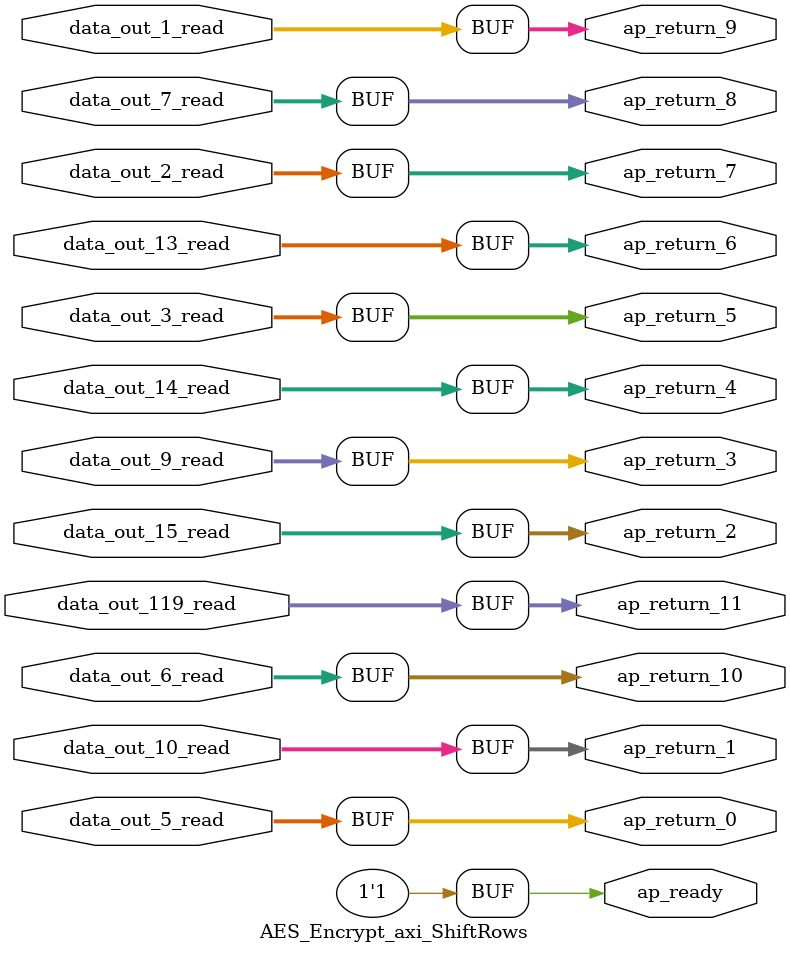
<source format=v>

`timescale 1 ns / 1 ps 

module AES_Encrypt_axi_ShiftRows (
        ap_ready,
        data_out_1_read,
        data_out_2_read,
        data_out_3_read,
        data_out_5_read,
        data_out_6_read,
        data_out_7_read,
        data_out_9_read,
        data_out_10_read,
        data_out_119_read,
        data_out_13_read,
        data_out_14_read,
        data_out_15_read,
        ap_return_0,
        ap_return_1,
        ap_return_2,
        ap_return_3,
        ap_return_4,
        ap_return_5,
        ap_return_6,
        ap_return_7,
        ap_return_8,
        ap_return_9,
        ap_return_10,
        ap_return_11
);


output   ap_ready;
input  [7:0] data_out_1_read;
input  [7:0] data_out_2_read;
input  [7:0] data_out_3_read;
input  [7:0] data_out_5_read;
input  [7:0] data_out_6_read;
input  [7:0] data_out_7_read;
input  [7:0] data_out_9_read;
input  [7:0] data_out_10_read;
input  [7:0] data_out_119_read;
input  [7:0] data_out_13_read;
input  [7:0] data_out_14_read;
input  [7:0] data_out_15_read;
output  [7:0] ap_return_0;
output  [7:0] ap_return_1;
output  [7:0] ap_return_2;
output  [7:0] ap_return_3;
output  [7:0] ap_return_4;
output  [7:0] ap_return_5;
output  [7:0] ap_return_6;
output  [7:0] ap_return_7;
output  [7:0] ap_return_8;
output  [7:0] ap_return_9;
output  [7:0] ap_return_10;
output  [7:0] ap_return_11;

assign ap_ready = 1'b1;

assign ap_return_0 = data_out_5_read;

assign ap_return_1 = data_out_10_read;

assign ap_return_10 = data_out_6_read;

assign ap_return_11 = data_out_119_read;

assign ap_return_2 = data_out_15_read;

assign ap_return_3 = data_out_9_read;

assign ap_return_4 = data_out_14_read;

assign ap_return_5 = data_out_3_read;

assign ap_return_6 = data_out_13_read;

assign ap_return_7 = data_out_2_read;

assign ap_return_8 = data_out_7_read;

assign ap_return_9 = data_out_1_read;

endmodule //AES_Encrypt_axi_ShiftRows

</source>
